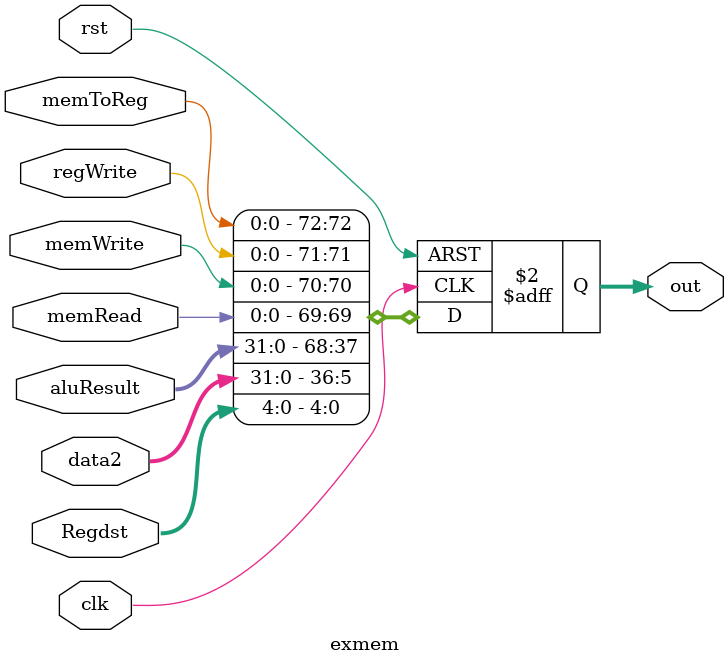
<source format=v>
`timescale 1ns/1ns
module exmem(input clk, rst,input memToReg,regWrite,memWrite,memRead,
  input[31:0]aluResult,data2,input[4:0]Regdst, output reg[72:0] out);
  always@(posedge clk, posedge rst)begin
    if(rst) out <= 73'b0;
    else out <= {memToReg,regWrite,memWrite,memRead,aluResult,data2,Regdst};
  end
endmodule
</source>
